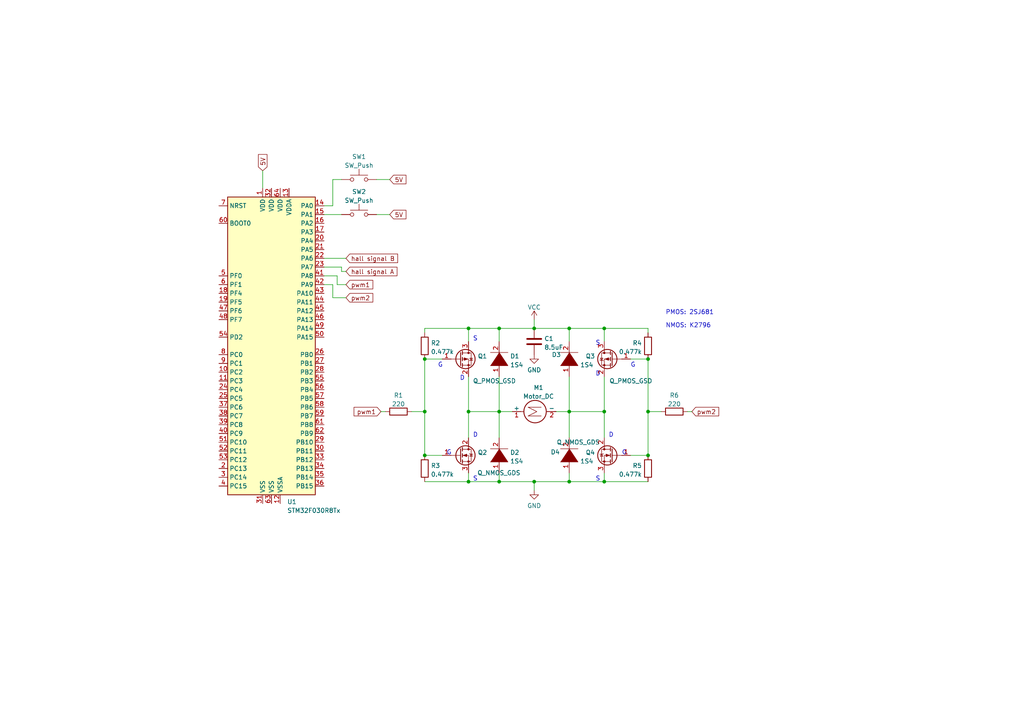
<source format=kicad_sch>
(kicad_sch (version 20211123) (generator eeschema)
  (paper "A4")
  (lib_symbols
    (symbol "Device:C" (pin_numbers hide) (pin_names (offset 0.254))
      (property "Reference" "C" (at 0.635 2.54 0))
      (property "Value" "C" (at 0.635 -2.54 0))
      (symbol "C_0_1"
        (polyline (pts (xy -2.032 -0.762) (xy 2.032 -0.762)) (stroke (width 0.508)))
        (polyline (pts (xy -2.032 0.762) (xy 2.032 0.762)) (stroke (width 0.508)))
      )
      (symbol "C_1_1"
        (pin passive line (at 0 3.81 270) (length 2.794) (name "~") (number "1"))
        (pin passive line (at 0 -3.81 90) (length 2.794) (name "~") (number "2"))
      )
    )
    (symbol "Device:Q_NMOS_GDS" (pin_names (offset 0) hide)
      (property "Reference" "Q" (at 5.08 1.27 0))
      (property "Value" "Q_NMOS_GDS" (at 5.08 -1.27 0))
      (symbol "Q_NMOS_GDS_0_1"
        (polyline (pts (xy 0.254 0) (xy -2.54 0)))
        (polyline (pts (xy 0.254 1.905) (xy 0.254 -1.905)) (stroke (width 0.254)))
        (polyline (pts (xy 0.762 -1.27) (xy 0.762 -2.286)) (stroke (width 0.254)))
        (polyline (pts (xy 0.762 0.508) (xy 0.762 -0.508)) (stroke (width 0.254)))
        (polyline (pts (xy 0.762 2.286) (xy 0.762 1.27)) (stroke (width 0.254)))
        (polyline (pts (xy 2.54 2.54) (xy 2.54 1.778)))
        (polyline (pts (xy 2.54 -2.54) (xy 2.54 0) (xy 0.762 0)))
        (polyline (pts (xy 0.762 -1.778) (xy 3.302 -1.778) (xy 3.302 1.778) (xy 0.762 1.778)))
        (polyline (pts (xy 1.016 0) (xy 2.032 0.381) (xy 2.032 -0.381) (xy 1.016 0)) (fill (type outline)))
        (polyline (pts (xy 2.794 0.508) (xy 2.921 0.381) (xy 3.683 0.381) (xy 3.81 0.254)))
        (polyline (pts (xy 3.302 0.381) (xy 2.921 -0.254) (xy 3.683 -0.254) (xy 3.302 0.381)))
        (circle (center 1.651 0) (radius 2.794) (stroke (width 0.254)))
        (circle (center 2.54 -1.778) (radius 0.254) (fill (type outline)))
        (circle (center 2.54 1.778) (radius 0.254) (fill (type outline)))
      )
      (symbol "Q_NMOS_GDS_1_1"
        (pin input line (at -5.08 0 0) (length 2.54) (name "G") (number "1"))
        (pin passive line (at 2.54 5.08 270) (length 2.54) (name "D") (number "2"))
        (pin passive line (at 2.54 -5.08 90) (length 2.54) (name "S") (number "3"))
      )
    )
    (symbol "Device:Q_PMOS_GSD" (pin_names (offset 0) hide)
      (property "Reference" "Q" (at 5.08 1.27 0))
      (property "Value" "Q_PMOS_GSD" (at 5.08 -1.27 0))
      (symbol "Q_PMOS_GSD_0_1"
        (polyline (pts (xy 0.254 0) (xy -2.54 0)))
        (polyline (pts (xy 0.254 1.905) (xy 0.254 -1.905)) (stroke (width 0.254)))
        (polyline (pts (xy 0.762 -1.27) (xy 0.762 -2.286)) (stroke (width 0.254)))
        (polyline (pts (xy 0.762 0.508) (xy 0.762 -0.508)) (stroke (width 0.254)))
        (polyline (pts (xy 0.762 2.286) (xy 0.762 1.27)) (stroke (width 0.254)))
        (polyline (pts (xy 2.54 2.54) (xy 2.54 1.778)))
        (polyline (pts (xy 2.54 -2.54) (xy 2.54 0) (xy 0.762 0)))
        (polyline (pts (xy 0.762 1.778) (xy 3.302 1.778) (xy 3.302 -1.778) (xy 0.762 -1.778)))
        (polyline (pts (xy 2.286 0) (xy 1.27 0.381) (xy 1.27 -0.381) (xy 2.286 0)) (fill (type outline)))
        (polyline (pts (xy 2.794 -0.508) (xy 2.921 -0.381) (xy 3.683 -0.381) (xy 3.81 -0.254)))
        (polyline (pts (xy 3.302 -0.381) (xy 2.921 0.254) (xy 3.683 0.254) (xy 3.302 -0.381)))
        (circle (center 1.651 0) (radius 2.794) (stroke (width 0.254)))
        (circle (center 2.54 -1.778) (radius 0.254) (fill (type outline)))
        (circle (center 2.54 1.778) (radius 0.254) (fill (type outline)))
      )
      (symbol "Q_PMOS_GSD_1_1"
        (pin input line (at -5.08 0 0) (length 2.54) (name "G") (number "1"))
        (pin passive line (at 2.54 -5.08 90) (length 2.54) (name "S") (number "2"))
        (pin passive line (at 2.54 5.08 270) (length 2.54) (name "D") (number "3"))
      )
    )
    (symbol "Device:R" (pin_numbers hide) (pin_names (offset 0))
      (property "Reference" "R" (at 2.032 0 90))
      (property "Value" "R" (at 0 0 90))
      (symbol "R_0_1"
        (rectangle (start -1.016 -2.54) (end 1.016 2.54) (stroke (width 0.254)))
      )
      (symbol "R_1_1"
        (pin passive line (at 0 3.81 270) (length 1.27) (name "~") (number "1"))
        (pin passive line (at 0 -3.81 90) (length 1.27) (name "~") (number "2"))
      )
    )
    (symbol "MCU_ST_STM32F0:STM32F030R8Tx"
      (property "Reference" "U" (at -12.7 44.45 0))
      (property "Value" "STM32F030R8Tx" (at 7.62 44.45 0))
      (symbol "STM32F030R8Tx_0_1"
        (rectangle (start -12.7 -43.18) (end 12.7 43.18) (stroke (width 0.254)) (fill (type background)))
      )
      (symbol "STM32F030R8Tx_1_1"
        (pin power_in line (at -2.54 45.72 270) (length 2.54) (name "VDD") (number "1"))
        (pin bidirectional line (at -15.24 -7.62 0) (length 2.54) (name "PC2") (number "10"))
        (pin bidirectional line (at -15.24 -10.16 0) (length 2.54) (name "PC3") (number "11"))
        (pin power_in line (at 2.54 -45.72 90) (length 2.54) (name "VSSA") (number "12"))
        (pin power_in line (at 5.08 45.72 270) (length 2.54) (name "VDDA") (number "13"))
        (pin bidirectional line (at 15.24 40.64 180) (length 2.54) (name "PA0") (number "14"))
        (pin bidirectional line (at 15.24 38.1 180) (length 2.54) (name "PA1") (number "15"))
        (pin bidirectional line (at 15.24 35.56 180) (length 2.54) (name "PA2") (number "16"))
        (pin bidirectional line (at 15.24 33.02 180) (length 2.54) (name "PA3") (number "17"))
        (pin bidirectional line (at -15.24 15.24 0) (length 2.54) (name "PF4") (number "18"))
        (pin bidirectional line (at -15.24 12.7 0) (length 2.54) (name "PF5") (number "19"))
        (pin bidirectional line (at -15.24 -35.56 0) (length 2.54) (name "PC13") (number "2"))
        (pin bidirectional line (at 15.24 30.48 180) (length 2.54) (name "PA4") (number "20"))
        (pin bidirectional line (at 15.24 27.94 180) (length 2.54) (name "PA5") (number "21"))
        (pin bidirectional line (at 15.24 25.4 180) (length 2.54) (name "PA6") (number "22"))
        (pin bidirectional line (at 15.24 22.86 180) (length 2.54) (name "PA7") (number "23"))
        (pin bidirectional line (at -15.24 -12.7 0) (length 2.54) (name "PC4") (number "24"))
        (pin bidirectional line (at -15.24 -15.24 0) (length 2.54) (name "PC5") (number "25"))
        (pin bidirectional line (at 15.24 -2.54 180) (length 2.54) (name "PB0") (number "26"))
        (pin bidirectional line (at 15.24 -5.08 180) (length 2.54) (name "PB1") (number "27"))
        (pin bidirectional line (at 15.24 -7.62 180) (length 2.54) (name "PB2") (number "28"))
        (pin bidirectional line (at 15.24 -27.94 180) (length 2.54) (name "PB10") (number "29"))
        (pin bidirectional line (at -15.24 -38.1 0) (length 2.54) (name "PC14") (number "3"))
        (pin bidirectional line (at 15.24 -30.48 180) (length 2.54) (name "PB11") (number "30"))
        (pin power_in line (at -2.54 -45.72 90) (length 2.54) (name "VSS") (number "31"))
        (pin power_in line (at 0 45.72 270) (length 2.54) (name "VDD") (number "32"))
        (pin bidirectional line (at 15.24 -33.02 180) (length 2.54) (name "PB12") (number "33"))
        (pin bidirectional line (at 15.24 -35.56 180) (length 2.54) (name "PB13") (number "34"))
        (pin bidirectional line (at 15.24 -38.1 180) (length 2.54) (name "PB14") (number "35"))
        (pin bidirectional line (at 15.24 -40.64 180) (length 2.54) (name "PB15") (number "36"))
        (pin bidirectional line (at -15.24 -17.78 0) (length 2.54) (name "PC6") (number "37"))
        (pin bidirectional line (at -15.24 -20.32 0) (length 2.54) (name "PC7") (number "38"))
        (pin bidirectional line (at -15.24 -22.86 0) (length 2.54) (name "PC8") (number "39"))
        (pin bidirectional line (at -15.24 -40.64 0) (length 2.54) (name "PC15") (number "4"))
        (pin bidirectional line (at -15.24 -25.4 0) (length 2.54) (name "PC9") (number "40"))
        (pin bidirectional line (at 15.24 20.32 180) (length 2.54) (name "PA8") (number "41"))
        (pin bidirectional line (at 15.24 17.78 180) (length 2.54) (name "PA9") (number "42"))
        (pin bidirectional line (at 15.24 15.24 180) (length 2.54) (name "PA10") (number "43"))
        (pin bidirectional line (at 15.24 12.7 180) (length 2.54) (name "PA11") (number "44"))
        (pin bidirectional line (at 15.24 10.16 180) (length 2.54) (name "PA12") (number "45"))
        (pin bidirectional line (at 15.24 7.62 180) (length 2.54) (name "PA13") (number "46"))
        (pin bidirectional line (at -15.24 10.16 0) (length 2.54) (name "PF6") (number "47"))
        (pin bidirectional line (at -15.24 7.62 0) (length 2.54) (name "PF7") (number "48"))
        (pin bidirectional line (at 15.24 5.08 180) (length 2.54) (name "PA14") (number "49"))
        (pin input line (at -15.24 20.32 0) (length 2.54) (name "PF0") (number "5"))
        (pin bidirectional line (at 15.24 2.54 180) (length 2.54) (name "PA15") (number "50"))
        (pin bidirectional line (at -15.24 -27.94 0) (length 2.54) (name "PC10") (number "51"))
        (pin bidirectional line (at -15.24 -30.48 0) (length 2.54) (name "PC11") (number "52"))
        (pin bidirectional line (at -15.24 -33.02 0) (length 2.54) (name "PC12") (number "53"))
        (pin bidirectional line (at -15.24 2.54 0) (length 2.54) (name "PD2") (number "54"))
        (pin bidirectional line (at 15.24 -10.16 180) (length 2.54) (name "PB3") (number "55"))
        (pin bidirectional line (at 15.24 -12.7 180) (length 2.54) (name "PB4") (number "56"))
        (pin bidirectional line (at 15.24 -15.24 180) (length 2.54) (name "PB5") (number "57"))
        (pin bidirectional line (at 15.24 -17.78 180) (length 2.54) (name "PB6") (number "58"))
        (pin bidirectional line (at 15.24 -20.32 180) (length 2.54) (name "PB7") (number "59"))
        (pin input line (at -15.24 17.78 0) (length 2.54) (name "PF1") (number "6"))
        (pin input line (at -15.24 35.56 0) (length 2.54) (name "BOOT0") (number "60"))
        (pin bidirectional line (at 15.24 -22.86 180) (length 2.54) (name "PB8") (number "61"))
        (pin bidirectional line (at 15.24 -25.4 180) (length 2.54) (name "PB9") (number "62"))
        (pin power_in line (at 0 -45.72 90) (length 2.54) (name "VSS") (number "63"))
        (pin power_in line (at 2.54 45.72 270) (length 2.54) (name "VDD") (number "64"))
        (pin input line (at -15.24 40.64 0) (length 2.54) (name "NRST") (number "7"))
        (pin bidirectional line (at -15.24 -2.54 0) (length 2.54) (name "PC0") (number "8"))
        (pin bidirectional line (at -15.24 -5.08 0) (length 2.54) (name "PC1") (number "9"))
      )
    )
    (symbol "Motor:Motor_DC" (pin_names (offset 0))
      (property "Reference" "M" (at 2.54 2.54 0))
      (property "Value" "Motor_DC" (at 2.54 -5.08 0))
      (symbol "Motor_DC_0_0"
        (polyline (pts (xy -1.27 -3.302) (xy -1.27 0.508) (xy 0 -2.032) (xy 1.27 0.508) (xy 1.27 -3.302)))
      )
      (symbol "Motor_DC_0_1"
        (circle (center 0 -1.524) (radius 3.2512) (stroke (width 0.254)))
        (polyline (pts (xy 0 -7.62) (xy 0 -7.112)))
        (polyline (pts (xy 0 -4.7752) (xy 0 -5.1816)))
        (polyline (pts (xy 0 1.7272) (xy 0 2.0828)))
        (polyline (pts (xy 0 2.032) (xy 0 2.54)))
      )
      (symbol "Motor_DC_1_1"
        (pin passive line (at 0 5.08 270) (length 2.54) (name "+") (number "1"))
        (pin passive line (at 0 -7.62 90) (length 2.54) (name "-") (number "2"))
      )
    )
    (symbol "Switch:SW_Push" (pin_numbers hide) (pin_names (offset 1.016) hide)
      (property "Reference" "SW" (at 1.27 2.54 0))
      (property "Value" "SW_Push" (at 0 -1.524 0))
      (symbol "SW_Push_0_1"
        (circle (center -2.032 0) (radius 0.508))
        (polyline (pts (xy 0 1.27) (xy 0 3.048)))
        (polyline (pts (xy 2.54 1.27) (xy -2.54 1.27)))
        (circle (center 2.032 0) (radius 0.508))
        (pin passive line (at -5.08 0 0) (length 2.54) (name "1") (number "1"))
        (pin passive line (at 5.08 0 180) (length 2.54) (name "2") (number "2"))
      )
    )
    (symbol "power:GND" (power) (pin_names (offset 0))
      (property "Value" "GND" (at 0 -3.81 0))
      (symbol "GND_0_1"
        (polyline (pts (xy 0 0) (xy 0 -1.27) (xy 1.27 -1.27) (xy 0 -2.54) (xy -1.27 -1.27) (xy 0 -1.27)))
      )
      (symbol "GND_1_1"
        (pin power_in line (at 0 0 270) (length 0) hide (name "GND") (number "1"))
      )
    )
    (symbol "power:VCC" (power) (pin_names (offset 0))
      (property "Value" "VCC" (at 0 3.81 0))
      (symbol "VCC_0_1"
        (polyline (pts (xy -0.762 1.27) (xy 0 2.54)))
        (polyline (pts (xy 0 0) (xy 0 2.54)))
        (polyline (pts (xy 0 2.54) (xy 0.762 1.27)))
      )
      (symbol "VCC_1_1"
        (pin power_in line (at 0 0 90) (length 0) hide (name "VCC") (number "1"))
      )
    )
    (symbol "pspice:DIODE" (pin_names (offset 1.016) hide)
      (property "Reference" "D" (at 0 3.81 0))
      (property "Value" "DIODE" (at 0 -4.445 0))
      (symbol "DIODE_0_1"
        (polyline (pts (xy 1.905 2.54) (xy 1.905 -2.54)))
        (polyline (pts (xy -1.905 2.54) (xy -1.905 -2.54) (xy 1.905 0)) (fill (type outline)))
      )
      (symbol "DIODE_1_1"
        (pin input line (at -5.08 0 0) (length 3.81) (name "K") (number "1"))
        (pin input line (at 5.08 0 180) (length 3.81) (name "A") (number "2"))
      )
    )
  )
  (junction (at 144.78 119.38))
  (junction (at 135.89 119.38))
  (junction (at 175.26 139.7))
  (junction (at 187.96 119.38))
  (junction (at 154.94 95.25))
  (junction (at 123.19 132.08))
  (junction (at 175.26 95.25))
  (junction (at 154.94 139.7))
  (junction (at 187.96 104.14))
  (junction (at 123.19 104.14))
  (junction (at 165.1 95.25))
  (junction (at 144.78 139.7))
  (junction (at 165.1 139.7))
  (junction (at 175.26 119.38))
  (junction (at 187.96 132.08))
  (junction (at 165.1 119.38))
  (junction (at 135.89 95.25))
  (junction (at 123.19 119.38))
  (junction (at 135.89 139.7))
  (junction (at 144.78 95.25))
  (wire (pts (xy 187.96 139.7) (xy 175.26 139.7)))
  (wire (pts (xy 135.89 95.25) (xy 123.19 95.25)))
  (wire (pts (xy 96.52 82.55) (xy 93.98 82.55)))
  (wire (pts (xy 128.27 104.14) (xy 123.19 104.14)))
  (wire (pts (xy 100.33 86.36) (xy 96.52 86.36)))
  (wire (pts (xy 165.1 109.22) (xy 165.1 119.38)))
  (wire (pts (xy 175.26 99.06) (xy 175.26 95.25)))
  (wire (pts (xy 144.78 137.16) (xy 144.78 139.7)))
  (wire (pts (xy 187.96 104.14) (xy 187.96 119.38)))
  (wire (pts (xy 161.29 119.38) (xy 165.1 119.38)))
  (wire (pts (xy 97.79 82.55) (xy 97.79 80.01)))
  (wire (pts (xy 93.98 74.93) (xy 100.33 74.93)))
  (wire (pts (xy 175.26 119.38) (xy 175.26 127)))
  (wire (pts (xy 187.96 95.25) (xy 187.96 96.52)))
  (wire (pts (xy 165.1 137.16) (xy 165.1 139.7)))
  (wire (pts (xy 165.1 119.38) (xy 175.26 119.38)))
  (wire (pts (xy 135.89 95.25) (xy 144.78 95.25)))
  (wire (pts (xy 135.89 119.38) (xy 135.89 127)))
  (wire (pts (xy 154.94 139.7) (xy 165.1 139.7)))
  (wire (pts (xy 187.96 132.08) (xy 182.88 132.08)))
  (wire (pts (xy 97.79 82.55) (xy 100.33 82.55)))
  (wire (pts (xy 144.78 109.22) (xy 144.78 119.38)))
  (wire (pts (xy 100.33 78.74) (xy 99.06 78.74)))
  (wire (pts (xy 123.19 132.08) (xy 128.27 132.08)))
  (wire (pts (xy 99.06 52.07) (xy 96.52 52.07)))
  (wire (pts (xy 144.78 119.38) (xy 148.59 119.38)))
  (wire (pts (xy 175.26 137.16) (xy 175.26 139.7)))
  (wire (pts (xy 187.96 119.38) (xy 191.77 119.38)))
  (wire (pts (xy 165.1 95.25) (xy 175.26 95.25)))
  (wire (pts (xy 199.39 119.38) (xy 200.66 119.38)))
  (wire (pts (xy 93.98 62.23) (xy 99.06 62.23)))
  (wire (pts (xy 109.22 62.23) (xy 113.03 62.23)))
  (wire (pts (xy 154.94 95.25) (xy 165.1 95.25)))
  (wire (pts (xy 165.1 139.7) (xy 175.26 139.7)))
  (wire (pts (xy 135.89 139.7) (xy 144.78 139.7)))
  (wire (pts (xy 165.1 119.38) (xy 165.1 127)))
  (wire (pts (xy 119.38 119.38) (xy 123.19 119.38)))
  (wire (pts (xy 109.22 52.07) (xy 113.03 52.07)))
  (wire (pts (xy 93.98 59.69) (xy 96.52 59.69)))
  (wire (pts (xy 175.26 95.25) (xy 187.96 95.25)))
  (wire (pts (xy 135.89 99.06) (xy 135.89 95.25)))
  (wire (pts (xy 123.19 119.38) (xy 123.19 132.08)))
  (wire (pts (xy 154.94 92.71) (xy 154.94 95.25)))
  (wire (pts (xy 144.78 119.38) (xy 144.78 127)))
  (wire (pts (xy 144.78 139.7) (xy 154.94 139.7)))
  (wire (pts (xy 99.06 78.74) (xy 99.06 77.47)))
  (wire (pts (xy 96.52 86.36) (xy 96.52 82.55)))
  (wire (pts (xy 99.06 77.47) (xy 93.98 77.47)))
  (wire (pts (xy 187.96 119.38) (xy 187.96 132.08)))
  (wire (pts (xy 135.89 109.22) (xy 135.89 119.38)))
  (wire (pts (xy 182.88 104.14) (xy 187.96 104.14)))
  (wire (pts (xy 123.19 104.14) (xy 123.19 119.38)))
  (wire (pts (xy 76.2 49.53) (xy 76.2 54.61)))
  (wire (pts (xy 93.98 80.01) (xy 97.79 80.01)))
  (wire (pts (xy 154.94 139.7) (xy 154.94 142.24)))
  (wire (pts (xy 96.52 52.07) (xy 96.52 59.69)))
  (wire (pts (xy 135.89 119.38) (xy 144.78 119.38)))
  (wire (pts (xy 144.78 95.25) (xy 144.78 99.06)))
  (wire (pts (xy 144.78 95.25) (xy 154.94 95.25)))
  (wire (pts (xy 165.1 95.25) (xy 165.1 99.06)))
  (wire (pts (xy 135.89 137.16) (xy 135.89 139.7)))
  (wire (pts (xy 123.19 95.25) (xy 123.19 96.52)))
  (wire (pts (xy 123.19 139.7) (xy 135.89 139.7)))
  (wire (pts (xy 110.49 119.38) (xy 111.76 119.38)))
  (wire (pts (xy 175.26 109.22) (xy 175.26 119.38)))
  (text "PMOS: 2SJ681" (at 193.04 91.44 0) (effects (font (size 1.27 1.27)) (justify left bottom)))
  (text "G" (at 127 106.68 0) (effects (font (size 1.27 1.27)) (justify left bottom)))
  (text "S" (at 172.72 139.7 0) (effects (font (size 1.27 1.27)) (justify left bottom)))
  (text "D" (at 176.53 127 0) (effects (font (size 1.27 1.27)) (justify left bottom)))
  (text "S" (at 137.16 99.06 0) (effects (font (size 1.27 1.27)) (justify left bottom)))
  (text "S" (at 137.16 139.7 0) (effects (font (size 1.27 1.27)) (justify left bottom)))
  (text "D" (at 133.35 110.49 0) (effects (font (size 1.27 1.27)) (justify left bottom)))
  (text "G" (at 129.54 132.08 0) (effects (font (size 1.27 1.27)) (justify left bottom)))
  (text "D" (at 137.16 127 0) (effects (font (size 1.27 1.27)) (justify left bottom)))
  (text "S" (at 172.72 100.33 0) (effects (font (size 1.27 1.27)) (justify left bottom)))
  (text "NMOS: K2796" (at 193.04 95.25 0) (effects (font (size 1.27 1.27)) (justify left bottom)))
  (text "D" (at 172.72 109.22 0) (effects (font (size 1.27 1.27)) (justify left bottom)))
  (text "G" (at 182.88 106.68 0) (effects (font (size 1.27 1.27)) (justify left bottom)))
  (text "G" (at 180.34 132.08 0) (effects (font (size 1.27 1.27)) (justify left bottom)))
  (global_label "pwm2" (shape input) (at 100.33 86.36 0) (property "Intersheet References" "${INTERSHEET_REFS}" (effects hide)))
  (global_label "pwm1" (shape input) (at 110.49 119.38 180) (property "Intersheet References" "${INTERSHEET_REFS}" (effects hide)))
  (global_label "5V" (shape input) (at 113.03 52.07 0) (property "Intersheet References" "${INTERSHEET_REFS}" (effects hide)))
  (global_label "hall signal A" (shape input) (at 100.33 78.74 0) (property "Intersheet References" "${INTERSHEET_REFS}" (effects hide)))
  (global_label "pwm2" (shape input) (at 200.66 119.38 0) (property "Intersheet References" "${INTERSHEET_REFS}" (effects hide)))
  (global_label "pwm1" (shape input) (at 100.33 82.55 0) (property "Intersheet References" "${INTERSHEET_REFS}" (effects hide)))
  (global_label "5V" (shape input) (at 113.03 62.23 0) (property "Intersheet References" "${INTERSHEET_REFS}" (effects hide)))
  (global_label "hall signal B" (shape input) (at 100.33 74.93 0) (property "Intersheet References" "${INTERSHEET_REFS}" (effects hide)))
  (global_label "5V" (shape input) (at 76.2 49.53 90) (property "Intersheet References" "${INTERSHEET_REFS}" (effects hide)))
  (symbol (lib_id "Device:Q_PMOS_GSD") (at 133.35 104.14 0) (unit 1)
    (property "Reference" "Q1" (at 138.557 103.3053 0) (effects (justify left)))
    (property "Value" "Q_PMOS_GSD" (at 137.16 110.49 0) (effects (justify left)))
  )
  (symbol (lib_id "MCU_ST_STM32F0:STM32F030R8Tx") (at 78.74 100.33 0) (unit 1)
    (property "Reference" "U1" (at 83.2994 145.5404 0) (effects (justify left)))
    (property "Value" "STM32F030R8Tx" (at 83.2994 148.0773 0) (effects (justify left)))
    (property "Footprint" "Package_QFP:LQFP-64_10x10mm_P0.5mm" (effects hide))
    (property "Datasheet" "http://www.st.com/st-web-ui/static/active/en/resource/technical/document/datasheet/DM00088500.pdf" (effects hide))
  )
  (symbol (lib_id "pspice:DIODE") (at 165.1 104.14 90) (unit 1)
    (property "Reference" "D3" (at 160.02 102.87 90) (effects (justify right)))
    (property "Value" "1S4" (at 168.275 105.8422 90) (effects (justify right)))
  )
  (symbol (lib_id "Device:R") (at 195.58 119.38 90) (unit 1)
    (property "Reference" "R6" (at 195.58 114.6642 90))
    (property "Value" "220" (at 195.58 117.2011 90))
  )
  (symbol (lib_id "Device:Q_PMOS_GSD") (at 177.8 104.14 0) (mirror y) (unit 1)
    (property "Reference" "Q3" (at 172.593 103.3053 0) (effects (justify left)))
    (property "Value" "Q_PMOS_GSD" (at 189.23 110.49 0) (effects (justify left)))
  )
  (symbol (lib_id "power:GND") (at 154.94 142.24 0) (mirror y) (unit 1)
    (property "Reference" "#PWR03" (effects hide))
    (property "Value" "GND" (at 154.94 146.6834 0))
  )
  (symbol (lib_id "power:GND") (at 154.94 102.87 0) (unit 1)
    (property "Reference" "#PWR02" (effects hide))
    (property "Value" "GND" (at 154.94 107.3134 0))
  )
  (symbol (lib_id "Motor:Motor_DC") (at 153.67 119.38 90) (unit 1)
    (property "Reference" "M1" (at 156.21 112.429 90))
    (property "Value" "Motor_DC" (at 156.21 114.9659 90))
  )
  (symbol (lib_id "Device:R") (at 123.19 100.33 0) (unit 1)
    (property "Reference" "R2" (at 124.968 99.4953 0) (effects (justify left)))
    (property "Value" "0.477k" (at 124.968 102.0322 0) (effects (justify left)))
  )
  (symbol (lib_id "Switch:SW_Push") (at 104.14 52.07 0) (unit 1)
    (property "Reference" "SW1" (at 104.14 45.4492 0))
    (property "Value" "SW_Push" (at 104.14 47.9861 0))
  )
  (symbol (lib_id "Device:Q_NMOS_GDS") (at 177.8 132.08 0) (mirror y) (unit 1)
    (property "Reference" "Q4" (at 172.593 131.2453 0) (effects (justify left)))
    (property "Value" "Q_NMOS_GDS" (at 173.99 128.27 0) (effects (justify left)))
  )
  (symbol (lib_id "pspice:DIODE") (at 144.78 132.08 90) (unit 1)
    (property "Reference" "D2" (at 147.955 131.2453 90) (effects (justify right)))
    (property "Value" "1S4" (at 147.955 133.7822 90) (effects (justify right)))
  )
  (symbol (lib_id "Device:R") (at 123.19 135.89 0) (unit 1)
    (property "Reference" "R3" (at 124.968 135.0553 0) (effects (justify left)))
    (property "Value" "0.477k" (at 124.968 137.5922 0) (effects (justify left)))
  )
  (symbol (lib_id "Switch:SW_Push") (at 104.14 62.23 0) (unit 1)
    (property "Reference" "SW2" (at 104.14 55.6092 0))
    (property "Value" "SW_Push" (at 104.14 58.1461 0))
  )
  (symbol (lib_id "Device:R") (at 187.96 100.33 0) (mirror y) (unit 1)
    (property "Reference" "R4" (at 186.182 99.4953 0) (effects (justify left)))
    (property "Value" "0.477k" (at 186.182 102.0322 0) (effects (justify left)))
  )
  (symbol (lib_id "Device:R") (at 115.57 119.38 90) (unit 1)
    (property "Reference" "R1" (at 115.57 114.6642 90))
    (property "Value" "220" (at 115.57 117.2011 90))
  )
  (symbol (lib_id "pspice:DIODE") (at 165.1 132.08 90) (unit 1)
    (property "Reference" "D4" (at 159.7037 131.1201 90) (effects (justify right)))
    (property "Value" "1S4" (at 168.275 133.7822 90) (effects (justify right)))
  )
  (symbol (lib_id "pspice:DIODE") (at 144.78 104.14 90) (unit 1)
    (property "Reference" "D1" (at 147.955 103.3053 90) (effects (justify right)))
    (property "Value" "1S4" (at 147.955 105.8422 90) (effects (justify right)))
  )
  (symbol (lib_id "Device:C") (at 154.94 99.06 0) (unit 1)
    (property "Reference" "C1" (at 157.861 98.2253 0) (effects (justify left)))
    (property "Value" "8.5uF" (at 157.861 100.7622 0) (effects (justify left)))
  )
  (symbol (lib_id "power:VCC") (at 154.94 92.71 0) (unit 1)
    (property "Reference" "#PWR01" (effects hide))
    (property "Value" "VCC" (at 154.94 89.1342 0))
  )
  (symbol (lib_id "Device:R") (at 187.96 135.89 0) (mirror y) (unit 1)
    (property "Reference" "R5" (at 186.182 135.0553 0) (effects (justify left)))
    (property "Value" "0.477k" (at 186.182 137.5922 0) (effects (justify left)))
  )
  (symbol (lib_id "Device:Q_NMOS_GDS") (at 133.35 132.08 0) (unit 1)
    (property "Reference" "Q2" (at 138.557 131.2453 0) (effects (justify left)))
    (property "Value" "Q_NMOS_GDS" (at 138.43 137.16 0) (effects (justify left)))
  )
)
</source>
